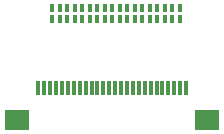
<source format=gbr>
%TF.GenerationSoftware,KiCad,Pcbnew,9.0.1*%
%TF.CreationDate,2025-05-28T15:57:22+02:00*%
%TF.ProjectId,fpc_connector_36pinOmnetics,6670635f-636f-46e6-9e65-63746f725f33,rev?*%
%TF.SameCoordinates,Original*%
%TF.FileFunction,Paste,Top*%
%TF.FilePolarity,Positive*%
%FSLAX46Y46*%
G04 Gerber Fmt 4.6, Leading zero omitted, Abs format (unit mm)*
G04 Created by KiCad (PCBNEW 9.0.1) date 2025-05-28 15:57:22*
%MOMM*%
%LPD*%
G01*
G04 APERTURE LIST*
%ADD10R,0.381000X0.762000*%
%ADD11R,0.300000X1.300000*%
%ADD12R,2.000000X1.800000*%
G04 APERTURE END LIST*
D10*
%TO.C,J2*%
X155724750Y-99432100D03*
X155089750Y-99432100D03*
X154454750Y-99432100D03*
X153819750Y-99432100D03*
X153184750Y-99432100D03*
X152549750Y-99432100D03*
X151914750Y-99432100D03*
X151279750Y-99432100D03*
X150644750Y-99432100D03*
X150009750Y-99432100D03*
X149374750Y-99432100D03*
X148739750Y-99432100D03*
X148104750Y-99432100D03*
X147469750Y-99432100D03*
X146834750Y-99432100D03*
X146199750Y-99432100D03*
X145564750Y-99432100D03*
X144929750Y-99432100D03*
X155724750Y-98492300D03*
X155089750Y-98492300D03*
X154454750Y-98492300D03*
X153819750Y-98492300D03*
X153184750Y-98492300D03*
X152549750Y-98492300D03*
X151914750Y-98492300D03*
X151279750Y-98492300D03*
X150644750Y-98492300D03*
X150009750Y-98492300D03*
X149374750Y-98492300D03*
X148739750Y-98492300D03*
X148104750Y-98492300D03*
X147469750Y-98492300D03*
X146834750Y-98492300D03*
X146199750Y-98492300D03*
X145564750Y-98492300D03*
X144929750Y-98492300D03*
%TD*%
D11*
%TO.C,J1*%
X143750000Y-105250000D03*
X144250000Y-105250000D03*
X144750000Y-105250000D03*
X145250000Y-105250000D03*
X145750000Y-105250000D03*
X146250000Y-105250000D03*
X146750000Y-105250000D03*
X147250000Y-105250000D03*
X147750000Y-105250000D03*
X148250000Y-105250000D03*
X148750000Y-105250000D03*
X149250000Y-105250000D03*
X149750000Y-105250000D03*
X150250000Y-105250000D03*
X150750000Y-105250000D03*
X151250000Y-105250000D03*
X151750000Y-105250000D03*
X152250000Y-105250000D03*
X152750000Y-105250000D03*
X153250000Y-105250000D03*
X153750000Y-105250000D03*
X154250000Y-105250000D03*
X154750000Y-105250000D03*
X155250000Y-105250000D03*
X155750000Y-105250000D03*
X156250000Y-105250000D03*
D12*
X141950000Y-108000000D03*
X158050000Y-108000000D03*
%TD*%
M02*

</source>
